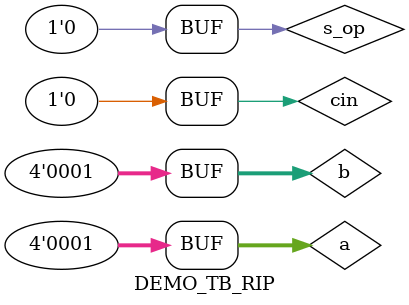
<source format=v>
/************************************************************************
 * Example testbench: instantiates 4 basic logic gates and applies      *
 * stimulus to the gate inputs. Prints out the outputs using $display   *
 * function.                                                            *
 ************************************************************************/
module DEMO_TB_RIP();

// Signal declarations
// ===================

// Gate output wires
wire cout;
wire [3:0] s;

// Gate inputs - declared as registers, since we need them to 'remember'
// values
reg [3:0] a; 
reg [3:0] b; 
reg cin, s_op;

// The test bench: try 2 different input combinations at 2 different points
// of time - change values : 00 to 11 to 00 after 10 time units.
// ====================================================================
initial
begin
  	$dumpfile("simulation.vcd");
    $dumpvars(1);
    
    a = 4'b0001;
    b = 4'b0001;
    cin = 1'b0;
    s_op = 1'b0;
  
end

// Gate instantiations
// ===================

// For this gate we use the default delays with: Tpdlh=1 and Tpdhl=1
fasrip fasrip_de(.s(s), .cout(cout), .a(a), .b(b), .cin(cin), .s_op(s_op));

// Print out the output values on every change
// ===========================================
always @(*)
    $display("%t: outputs changed to %d, %d, %d, %d", $time, s[3],s[2],s[1],s[0]);

endmodule
</source>
